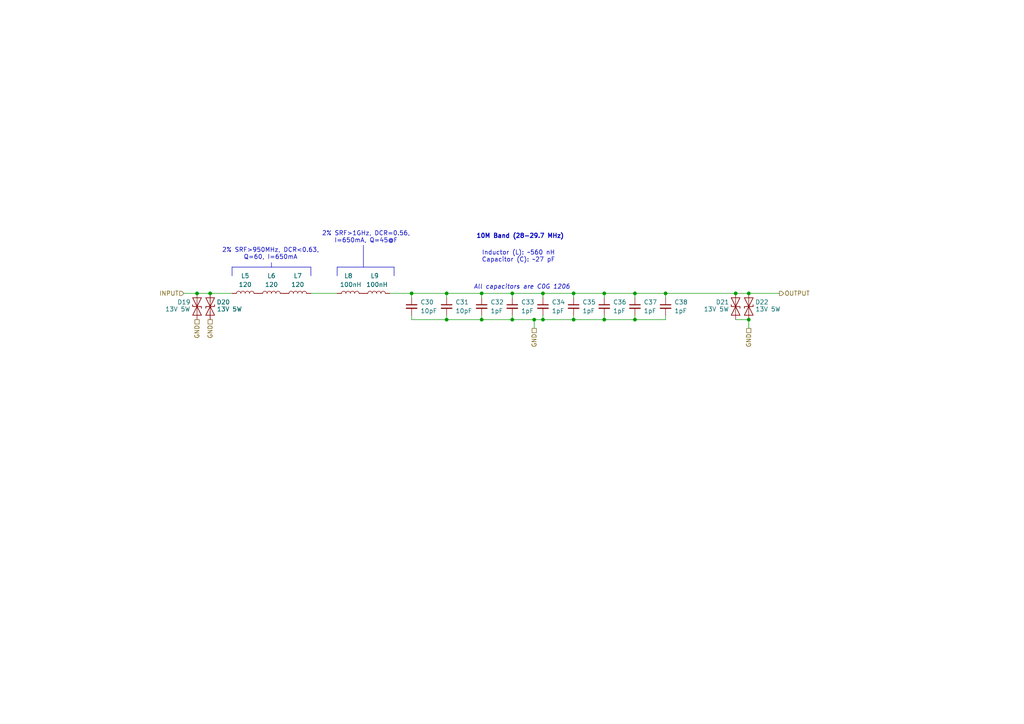
<source format=kicad_sch>
(kicad_sch (version 20231120) (generator "eeschema") (generator_version "8.0")
  (paper "A4")
  (lib_symbols
    (symbol "Device:C_Small" (pin_numbers hide) (pin_names (offset 0.254) hide)
      (property "Reference" "C" (at 0.254 1.778 0))
      (property "Value" "C_Small" (at 0.254 -2.032 0))
      (symbol "C_Small_0_1"
        (polyline (pts (xy -1.524 -0.508) (xy 1.524 -0.508)) (stroke (width 0.3302)))
        (polyline (pts (xy -1.524 0.508) (xy 1.524 0.508)) (stroke (width 0.3048)))
      )
      (symbol "C_Small_1_1"
        (pin passive line (at 0 2.54 270) (length 2.032) (name "~") (number "1"))
        (pin passive line (at 0 -2.54 90) (length 2.032) (name "~") (number "2"))
      )
    )
    (symbol "Device:L" (pin_numbers hide) (pin_names (offset 1.016) hide)
      (property "Reference" "L" (at -1.27 0 90))
      (property "Value" "L" (at 1.905 0 90))
      (symbol "L_0_1"
        (arc (start 0 -2.54) (mid 0.6323 -1.905) (end 0 -1.27))
        (arc (start 0 -1.27) (mid 0.6323 -0.635) (end 0 0))
        (arc (start 0 0) (mid 0.6323 0.635) (end 0 1.27))
        (arc (start 0 1.27) (mid 0.6323 1.905) (end 0 2.54))
      )
      (symbol "L_1_1"
        (pin passive line (at 0 3.81 270) (length 1.27) (name "1") (number "1"))
        (pin passive line (at 0 -3.81 90) (length 1.27) (name "2") (number "2"))
      )
    )
    (symbol "Diode:SD15_SOD323" (pin_numbers hide) (pin_names (offset 1.016) hide)
      (property "Reference" "D" (at 0 2.54 0))
      (property "Value" "SD15_SOD323" (at 0 -2.54 0))
      (symbol "SD15_SOD323_0_1"
        (polyline (pts (xy 1.27 0) (xy -1.27 0)))
        (polyline (pts (xy -2.54 -1.27) (xy 0 0) (xy -2.54 1.27) (xy -2.54 -1.27)) (stroke (width 0.2032)))
        (polyline (pts (xy 0.508 1.27) (xy 0 1.27) (xy 0 -1.27) (xy -0.508 -1.27)) (stroke (width 0.2032)))
        (polyline (pts (xy 2.54 1.27) (xy 2.54 -1.27) (xy 0 0) (xy 2.54 1.27)) (stroke (width 0.2032)))
      )
      (symbol "SD15_SOD323_1_1"
        (pin passive line (at -3.81 0 0) (length 2.54) (name "A1") (number "1"))
        (pin passive line (at 3.81 0 180) (length 2.54) (name "A2") (number "2"))
      )
    )
  )
  (junction (at 129.54 85.09))
  (junction (at 193.04 85.09))
  (junction (at 57.15 85.09))
  (junction (at 157.48 92.71))
  (junction (at 154.94 92.71))
  (junction (at 139.7 85.09))
  (junction (at 119.38 85.09))
  (junction (at 139.7 92.71))
  (junction (at 166.37 85.09))
  (junction (at 213.36 85.09))
  (junction (at 175.26 92.71))
  (junction (at 184.15 85.09))
  (junction (at 217.17 92.71))
  (junction (at 129.54 92.71))
  (junction (at 175.26 85.09))
  (junction (at 217.17 85.09))
  (junction (at 148.59 85.09))
  (junction (at 60.96 85.09))
  (junction (at 184.15 92.71))
  (junction (at 148.59 92.71))
  (junction (at 157.48 85.09))
  (junction (at 166.37 92.71))
  (wire (pts (xy 119.38 92.71) (xy 129.54 92.71)))
  (polyline (pts (xy 97.79 77.47) (xy 114.3 77.47)))
  (wire (pts (xy 166.37 85.09) (xy 175.26 85.09)))
  (wire (pts (xy 113.03 85.09) (xy 119.38 85.09)))
  (wire (pts (xy 148.59 91.44) (xy 148.59 92.71)))
  (wire (pts (xy 139.7 85.09) (xy 139.7 86.36)))
  (wire (pts (xy 213.36 85.09) (xy 217.17 85.09)))
  (wire (pts (xy 129.54 85.09) (xy 129.54 86.36)))
  (wire (pts (xy 217.17 92.71) (xy 217.17 95.25)))
  (wire (pts (xy 90.17 85.09) (xy 97.79 85.09)))
  (wire (pts (xy 157.48 85.09) (xy 157.48 86.36)))
  (wire (pts (xy 193.04 91.44) (xy 193.04 92.71)))
  (wire (pts (xy 154.94 92.71) (xy 157.48 92.71)))
  (polyline (pts (xy 90.17 77.47) (xy 67.31 77.47)))
  (wire (pts (xy 154.94 92.71) (xy 154.94 95.25)))
  (wire (pts (xy 166.37 85.09) (xy 166.37 86.36)))
  (wire (pts (xy 193.04 85.09) (xy 213.36 85.09)))
  (wire (pts (xy 193.04 85.09) (xy 193.04 86.36)))
  (polyline (pts (xy 67.31 77.47) (xy 67.31 80.01)))
  (wire (pts (xy 57.15 85.09) (xy 60.96 85.09)))
  (wire (pts (xy 175.26 85.09) (xy 184.15 85.09)))
  (wire (pts (xy 175.26 92.71) (xy 184.15 92.71)))
  (wire (pts (xy 148.59 92.71) (xy 154.94 92.71)))
  (wire (pts (xy 213.36 92.71) (xy 217.17 92.71)))
  (polyline (pts (xy 114.3 77.47) (xy 114.3 80.01)))
  (wire (pts (xy 53.34 85.09) (xy 57.15 85.09)))
  (wire (pts (xy 129.54 92.71) (xy 139.7 92.71)))
  (wire (pts (xy 157.48 85.09) (xy 166.37 85.09)))
  (wire (pts (xy 119.38 85.09) (xy 129.54 85.09)))
  (wire (pts (xy 166.37 91.44) (xy 166.37 92.71)))
  (wire (pts (xy 139.7 85.09) (xy 148.59 85.09)))
  (polyline (pts (xy 90.17 80.01) (xy 90.17 77.47)))
  (polyline (pts (xy 97.79 80.01) (xy 97.79 77.47)))
  (wire (pts (xy 129.54 85.09) (xy 139.7 85.09)))
  (wire (pts (xy 184.15 85.09) (xy 193.04 85.09)))
  (wire (pts (xy 129.54 91.44) (xy 129.54 92.71)))
  (wire (pts (xy 119.38 85.09) (xy 119.38 86.36)))
  (wire (pts (xy 175.26 91.44) (xy 175.26 92.71)))
  (wire (pts (xy 119.38 91.44) (xy 119.38 92.71)))
  (wire (pts (xy 139.7 92.71) (xy 148.59 92.71)))
  (wire (pts (xy 148.59 85.09) (xy 157.48 85.09)))
  (wire (pts (xy 184.15 92.71) (xy 193.04 92.71)))
  (wire (pts (xy 184.15 85.09) (xy 184.15 86.36)))
  (wire (pts (xy 157.48 91.44) (xy 157.48 92.71)))
  (wire (pts (xy 175.26 85.09) (xy 175.26 86.36)))
  (wire (pts (xy 139.7 91.44) (xy 139.7 92.71)))
  (wire (pts (xy 217.17 85.09) (xy 226.06 85.09)))
  (wire (pts (xy 60.96 85.09) (xy 67.31 85.09)))
  (polyline (pts (xy 78.74 76.2) (xy 78.74 77.47)))
  (wire (pts (xy 157.48 92.71) (xy 166.37 92.71)))
  (wire (pts (xy 184.15 91.44) (xy 184.15 92.71)))
  (polyline (pts (xy 105.41 71.12) (xy 105.41 77.47)))
  (wire (pts (xy 166.37 92.71) (xy 175.26 92.71)))
  (wire (pts (xy 148.59 85.09) (xy 148.59 86.36)))
  (text "10M Band (28-29.7 MHz)" (at 150.876 68.58 0) (effects (font (size 1.27 1.27) (thickness 0.254) (bold yes))))
  (text "2% SRF>950MHz, DCR<0.63,\nQ=60, I=650mA" (at 78.486 73.66 0) (effects (font (size 1.27 1.27))))
  (text "2% SRF>1GHz, DCR=0.56,\nI=650mA, Q=45@F" (at 106.172 68.834 0) (effects (font (size 1.27 1.27))))
  (text "All capacitors are C0G 1206" (at 151.384 83.312 0) (effects (font (size 1.27 1.27) (italic yes))))
  (text "Inductor (L): ~560 nH\nCapacitor (C): ~27 pF" (at 150.368 74.422 0) (effects (font (size 1.27 1.27))))
  (hierarchical_label "INPUT" (shape input) (at 53.34 85.09 180))
  (hierarchical_label "GND" (shape passive) (at 60.96 92.71 270))
  (hierarchical_label "OUTPUT" (shape output) (at 226.06 85.09 0))
  (hierarchical_label "GND" (shape passive) (at 57.15 92.71 270))
  (hierarchical_label "GND" (shape passive) (at 154.94 95.25 270))
  (hierarchical_label "GND" (shape passive) (at 217.17 95.25 270))
  (symbol (lib_id "Device:L") (at 101.6 85.09 90) (unit 1)
    (property "Reference" "L8" (at 99.822 80.01 90) (effects (justify right)))
    (property "Value" "100nH" (at 98.552 82.55 90) (effects (justify right)))
    (property "Footprint" "Inductor_SMD:L_1008_2520Metric" (effects (hide yes)))
    (property "Datasheet" "https://wmsc.lcsc.com/wmsc/upload/file/pdf/v2/lcsc/2304140030_PSA-Prosperity-Dielectrics-FEC1008CP-R10G-LRH_C346437.pdf" (effects (hide yes)))
    (property "Description" "650mA 100nH ±2% 560mΩ 1008 Inductors (SMD) ROHS" (effects (hide yes)))
    (property "Notes" "For 2M band, 144-148MHz." (effects (hide yes)))
    (property "LCSC Part #" "C346437" (effects (hide yes)))
    (property "MPN" "FEC1008CP-R10G-LRH" (effects (hide yes)))
    (property "Manufacturer" "Prosperity" (effects (hide yes)))
  )
  (symbol (lib_id "Device:L") (at 78.74 85.09 90) (unit 1)
    (property "Reference" "L6" (at 78.74 80.01 90))
    (property "Value" "120" (at 78.74 82.55 90))
    (property "Footprint" "Inductor_SMD:L_1008_2520Metric" (effects (hide yes)))
    (property "Datasheet" "https://wmsc.lcsc.com/wmsc/upload/file/pdf/v2/lcsc/2304140030_PSA-Prosperity-Dielectrics-FEC1008CP-R12G-LRH_C346438.pdf" (effects (hide yes)))
    (property "Description" "650mA 120nH ±2% 630mΩ 1008 Inductors (SMD) ROHS" (effects (hide yes)))
    (property "LCSC Part #" "C346438" (effects (hide yes)))
    (property "MPN" "FEC1008CP-R12G-LRH" (effects (hide yes)))
    (property "Manufacturer" "Prosperity" (effects (hide yes)))
  )
  (symbol (lib_id "Diode:SD15_SOD323") (at 217.17 88.9 270) (mirror x) (unit 1)
    (property "Reference" "D22" (at 220.98 87.63 90))
    (property "Value" "13V 5W" (at 222.758 89.662 90))
    (property "Footprint" "Diode_SMD:D_0603_1608Metric" (effects (hide yes)))
    (property "Datasheet" "https://wmsc.lcsc.com/wmsc/upload/file/pdf/v2/lcsc/1912111437_DOWO-SMB5350B_C284082.pdf" (effects (hide yes)))
    (property "Description" "Independent Type 5W 13V SMB(DO-214AA) Zener Diodes ROHS" (effects (hide yes)))
    (property "LCSC Part #" "C284082" (effects (hide yes)))
    (property "MPN" "SMB5350B" (effects (hide yes)))
    (property "Manufacturer" "DOWO" (effects (hide yes)))
  )
  (symbol (lib_id "Device:L") (at 86.36 85.09 90) (unit 1)
    (property "Reference" "L7" (at 86.36 80.01 90))
    (property "Value" "120" (at 86.36 82.55 90))
    (property "Footprint" "Inductor_SMD:L_1008_2520Metric" (effects (hide yes)))
    (property "Datasheet" "https://wmsc.lcsc.com/wmsc/upload/file/pdf/v2/lcsc/2304140030_PSA-Prosperity-Dielectrics-FEC1008CP-R12G-LRH_C346438.pdf" (effects (hide yes)))
    (property "Description" "650mA 120nH ±2% 630mΩ 1008 Inductors (SMD) ROHS" (effects (hide yes)))
    (property "LCSC Part #" "C346438" (effects (hide yes)))
    (property "MPN" "FEC1008CP-R12G-LRH" (effects (hide yes)))
    (property "Manufacturer" "Prosperity" (effects (hide yes)))
  )
  (symbol (lib_id "Diode:SD15_SOD323") (at 60.96 88.9 270) (mirror x) (unit 1)
    (property "Reference" "D20" (at 64.77 87.63 90))
    (property "Value" "13V 5W" (at 66.548 89.662 90))
    (property "Footprint" "Diode_SMD:D_0603_1608Metric" (effects (hide yes)))
    (property "Datasheet" "https://wmsc.lcsc.com/wmsc/upload/file/pdf/v2/lcsc/1912111437_DOWO-SMB5350B_C284082.pdf" (effects (hide yes)))
    (property "Description" "Independent Type 5W 13V SMB(DO-214AA) Zener Diodes ROHS" (effects (hide yes)))
    (property "LCSC Part #" "C284082" (effects (hide yes)))
    (property "MPN" "SMB5350B" (effects (hide yes)))
    (property "Manufacturer" "DOWO" (effects (hide yes)))
  )
  (symbol (lib_id "Device:C_Small") (at 119.38 88.9 0) (unit 1)
    (property "Reference" "C30" (at 121.92 87.6362 0) (effects (justify left)))
    (property "Value" "10pF" (at 121.92 90.1762 0) (effects (justify left)))
    (property "Footprint" "Capacitor_SMD:C_1206_3216Metric" (effects (hide yes)))
    (property "Datasheet" "https://wmsc.lcsc.com/wmsc/upload/file/pdf/v2/lcsc/2304140030_CCTC-TCC1206COG100J102DT_C377014.pdf" (effects (hide yes)))
    (property "Description" "1kV 10pF C0G ±5% 1206 Multilayer Ceramic Capacitors MLCC - SMD/SMT ROHS" (effects (hide yes)))
    (property "LCSC Part #" "C377014" (effects (hide yes)))
    (property "MPN" "TCC1206COG100J102DT" (effects (hide yes)))
    (property "Manufacturer" "CCTC" (effects (hide yes)))
  )
  (symbol (lib_id "Device:C_Small") (at 157.48 88.9 0) (unit 1)
    (property "Reference" "C34" (at 160.02 87.6362 0) (effects (justify left)))
    (property "Value" "1pF" (at 160.02 90.1762 0) (effects (justify left)))
    (property "Footprint" "Capacitor_SMD:C_1206_3216Metric" (effects (hide yes)))
    (property "Datasheet" "https://wmsc.lcsc.com/wmsc/upload/file/pdf/v2/lcsc/2304140030_FH--Guangdong-Fenghua-Advanced-Tech-1206CG1R0C500NT_C1891.pdf" (effects (hide yes)))
    (property "Description" "Unpolarized capacitor, small symbol" (effects (hide yes)))
    (property "LCSC Part #" "C1891" (effects (hide yes)))
    (property "MPN" "1206CG1R0C500NT" (effects (hide yes)))
    (property "Manufacturer" "Fenghua" (effects (hide yes)))
  )
  (symbol (lib_id "Device:C_Small") (at 184.15 88.9 0) (unit 1)
    (property "Reference" "C37" (at 186.69 87.6362 0) (effects (justify left)))
    (property "Value" "1pF" (at 186.69 90.1762 0) (effects (justify left)))
    (property "Footprint" "Capacitor_SMD:C_1206_3216Metric" (effects (hide yes)))
    (property "Datasheet" "https://wmsc.lcsc.com/wmsc/upload/file/pdf/v2/lcsc/2304140030_FH--Guangdong-Fenghua-Advanced-Tech-1206CG1R0C500NT_C1891.pdf" (effects (hide yes)))
    (property "Description" "Unpolarized capacitor, small symbol" (effects (hide yes)))
    (property "LCSC Part #" "C1891" (effects (hide yes)))
    (property "MPN" "1206CG1R0C500NT" (effects (hide yes)))
    (property "Manufacturer" "Fenghua" (effects (hide yes)))
  )
  (symbol (lib_id "Device:C_Small") (at 166.37 88.9 0) (unit 1)
    (property "Reference" "C35" (at 168.91 87.6362 0) (effects (justify left)))
    (property "Value" "1pF" (at 168.91 90.1762 0) (effects (justify left)))
    (property "Footprint" "Capacitor_SMD:C_1206_3216Metric" (effects (hide yes)))
    (property "Datasheet" "https://wmsc.lcsc.com/wmsc/upload/file/pdf/v2/lcsc/2304140030_FH--Guangdong-Fenghua-Advanced-Tech-1206CG1R0C500NT_C1891.pdf" (effects (hide yes)))
    (property "Description" "Unpolarized capacitor, small symbol" (effects (hide yes)))
    (property "LCSC Part #" "C1891" (effects (hide yes)))
    (property "MPN" "1206CG1R0C500NT" (effects (hide yes)))
    (property "Manufacturer" "Fenghua" (effects (hide yes)))
  )
  (symbol (lib_id "Device:C_Small") (at 139.7 88.9 0) (unit 1)
    (property "Reference" "C32" (at 142.24 87.6362 0) (effects (justify left)))
    (property "Value" "1pF" (at 142.24 90.1762 0) (effects (justify left)))
    (property "Footprint" "Capacitor_SMD:C_1206_3216Metric" (effects (hide yes)))
    (property "Datasheet" "https://wmsc.lcsc.com/wmsc/upload/file/pdf/v2/lcsc/2304140030_FH--Guangdong-Fenghua-Advanced-Tech-1206CG1R0C500NT_C1891.pdf" (effects (hide yes)))
    (property "Description" "Unpolarized capacitor, small symbol" (effects (hide yes)))
    (property "LCSC Part #" "C1891" (effects (hide yes)))
    (property "MPN" "1206CG1R0C500NT" (effects (hide yes)))
    (property "Manufacturer" "Fenghua" (effects (hide yes)))
  )
  (symbol (lib_id "Diode:SD15_SOD323") (at 213.36 88.9 90) (unit 1)
    (property "Reference" "D21" (at 209.55 87.63 90))
    (property "Value" "13V 5W" (at 207.772 89.662 90))
    (property "Footprint" "Diode_SMD:D_0603_1608Metric" (effects (hide yes)))
    (property "Datasheet" "https://wmsc.lcsc.com/wmsc/upload/file/pdf/v2/lcsc/1912111437_DOWO-SMB5350B_C284082.pdf" (effects (hide yes)))
    (property "Description" "Independent Type 5W 13V SMB(DO-214AA) Zener Diodes ROHS" (effects (hide yes)))
    (property "LCSC Part #" "C284082" (effects (hide yes)))
    (property "MPN" "SMB5350B" (effects (hide yes)))
    (property "Manufacturer" "DOWO" (effects (hide yes)))
  )
  (symbol (lib_id "Device:C_Small") (at 193.04 88.9 0) (unit 1)
    (property "Reference" "C38" (at 195.58 87.6362 0) (effects (justify left)))
    (property "Value" "1pF" (at 195.58 90.1762 0) (effects (justify left)))
    (property "Footprint" "Capacitor_SMD:C_1206_3216Metric" (effects (hide yes)))
    (property "Datasheet" "https://wmsc.lcsc.com/wmsc/upload/file/pdf/v2/lcsc/2304140030_FH--Guangdong-Fenghua-Advanced-Tech-1206CG1R0C500NT_C1891.pdf" (effects (hide yes)))
    (property "Description" "Unpolarized capacitor, small symbol" (effects (hide yes)))
    (property "LCSC Part #" "C1891" (effects (hide yes)))
    (property "MPN" "1206CG1R0C500NT" (effects (hide yes)))
    (property "Manufacturer" "Fenghua" (effects (hide yes)))
  )
  (symbol (lib_id "Diode:SD15_SOD323") (at 57.15 88.9 90) (unit 1)
    (property "Reference" "D19" (at 53.34 87.63 90))
    (property "Value" "13V 5W" (at 51.562 89.662 90))
    (property "Footprint" "Diode_SMD:D_0603_1608Metric" (effects (hide yes)))
    (property "Datasheet" "https://wmsc.lcsc.com/wmsc/upload/file/pdf/v2/lcsc/1912111437_DOWO-SMB5350B_C284082.pdf" (effects (hide yes)))
    (property "Description" "Independent Type 5W 13V SMB(DO-214AA) Zener Diodes ROHS" (effects (hide yes)))
    (property "LCSC Part #" "C284082" (effects (hide yes)))
    (property "MPN" "SMB5350B" (effects (hide yes)))
    (property "Manufacturer" "DOWO" (effects (hide yes)))
  )
  (symbol (lib_id "Device:C_Small") (at 129.54 88.9 0) (unit 1)
    (property "Reference" "C31" (at 132.08 87.6362 0) (effects (justify left)))
    (property "Value" "10pF" (at 132.08 90.1762 0) (effects (justify left)))
    (property "Footprint" "Capacitor_SMD:C_1206_3216Metric" (effects (hide yes)))
    (property "Datasheet" "https://wmsc.lcsc.com/wmsc/upload/file/pdf/v2/lcsc/2304140030_CCTC-TCC1206COG100J102DT_C377014.pdf" (effects (hide yes)))
    (property "Description" "1kV 10pF C0G ±5% 1206 Multilayer Ceramic Capacitors MLCC - SMD/SMT ROHS" (effects (hide yes)))
    (property "LCSC Part #" "C377014" (effects (hide yes)))
    (property "MPN" "TCC1206COG100J102DT" (effects (hide yes)))
    (property "Manufacturer" "CCTC" (effects (hide yes)))
  )
  (symbol (lib_id "Device:C_Small") (at 175.26 88.9 0) (unit 1)
    (property "Reference" "C36" (at 177.8 87.6362 0) (effects (justify left)))
    (property "Value" "1pF" (at 177.8 90.1762 0) (effects (justify left)))
    (property "Footprint" "Capacitor_SMD:C_1206_3216Metric" (effects (hide yes)))
    (property "Datasheet" "https://wmsc.lcsc.com/wmsc/upload/file/pdf/v2/lcsc/2304140030_FH--Guangdong-Fenghua-Advanced-Tech-1206CG1R0C500NT_C1891.pdf" (effects (hide yes)))
    (property "Description" "Unpolarized capacitor, small symbol" (effects (hide yes)))
    (property "LCSC Part #" "C1891" (effects (hide yes)))
    (property "MPN" "1206CG1R0C500NT" (effects (hide yes)))
    (property "Manufacturer" "Fenghua" (effects (hide yes)))
  )
  (symbol (lib_id "Device:L") (at 71.12 85.09 90) (unit 1)
    (property "Reference" "L5" (at 71.12 80.01 90))
    (property "Value" "120" (at 71.12 82.55 90))
    (property "Footprint" "Inductor_SMD:L_1008_2520Metric" (effects (hide yes)))
    (property "Datasheet" "https://wmsc.lcsc.com/wmsc/upload/file/pdf/v2/lcsc/2304140030_PSA-Prosperity-Dielectrics-FEC1008CP-R12G-LRH_C346438.pdf" (effects (hide yes)))
    (property "Description" "650mA 120nH ±2% 630mΩ 1008 Inductors (SMD) ROHS" (effects (hide yes)))
    (property "LCSC Part #" "C346438" (effects (hide yes)))
    (property "MPN" "FEC1008CP-R12G-LRH" (effects (hide yes)))
    (property "Manufacturer" "Prosperity" (effects (hide yes)))
  )
  (symbol (lib_id "Device:C_Small") (at 148.59 88.9 0) (unit 1)
    (property "Reference" "C33" (at 151.13 87.6362 0) (effects (justify left)))
    (property "Value" "1pF" (at 151.13 90.1762 0) (effects (justify left)))
    (property "Footprint" "Capacitor_SMD:C_1206_3216Metric" (effects (hide yes)))
    (property "Datasheet" "https://wmsc.lcsc.com/wmsc/upload/file/pdf/v2/lcsc/2304140030_FH--Guangdong-Fenghua-Advanced-Tech-1206CG1R0C500NT_C1891.pdf" (effects (hide yes)))
    (property "Description" "Unpolarized capacitor, small symbol" (effects (hide yes)))
    (property "LCSC Part #" "C1891" (effects (hide yes)))
    (property "MPN" "1206CG1R0C500NT" (effects (hide yes)))
    (property "Manufacturer" "Fenghua" (effects (hide yes)))
  )
  (symbol (lib_id "Device:L") (at 109.22 85.09 90) (unit 1)
    (property "Reference" "L9" (at 107.442 80.01 90) (effects (justify right)))
    (property "Value" "100nH" (at 106.172 82.55 90) (effects (justify right)))
    (property "Footprint" "Inductor_SMD:L_1008_2520Metric" (effects (hide yes)))
    (property "Datasheet" "https://wmsc.lcsc.com/wmsc/upload/file/pdf/v2/lcsc/2304140030_PSA-Prosperity-Dielectrics-FEC1008CP-R10G-LRH_C346437.pdf" (effects (hide yes)))
    (property "Description" "650mA 100nH ±2% 560mΩ 1008 Inductors (SMD) ROHS" (effects (hide yes)))
    (property "Notes" "For 2M band, 144-148MHz." (effects (hide yes)))
    (property "LCSC Part #" "C346437" (effects (hide yes)))
    (property "MPN" "FEC1008CP-R10G-LRH" (effects (hide yes)))
    (property "Manufacturer" "Prosperity" (effects (hide yes)))
  )
)
</source>
